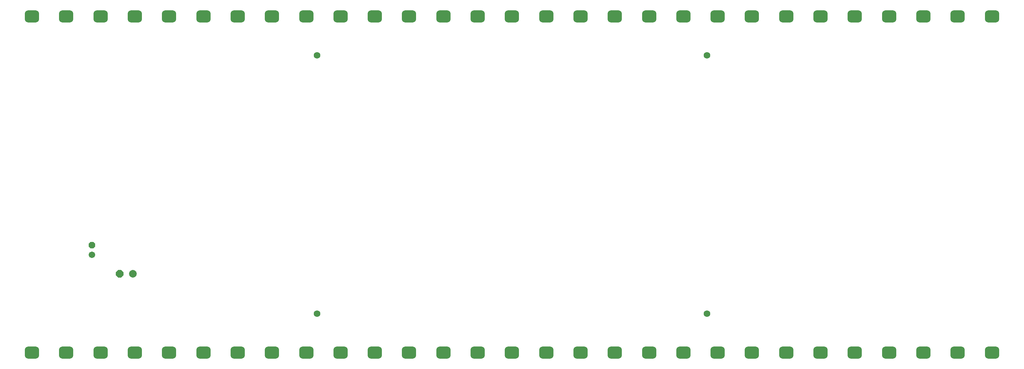
<source format=gbs>
G04*
G04 #@! TF.GenerationSoftware,Altium Limited,Altium Designer,19.1.5 (86)*
G04*
G04 Layer_Color=16711935*
%FSLAX44Y44*%
%MOMM*%
G71*
G01*
G75*
%ADD26P,2.1683X8X22.5*%
%ADD27C,2.0032*%
%ADD28C,1.7272*%
G04:AMPARAMS|DCode=29|XSize=3.7032mm|YSize=3.2032mm|CornerRadius=0.8516mm|HoleSize=0mm|Usage=FLASHONLY|Rotation=180.000|XOffset=0mm|YOffset=0mm|HoleType=Round|Shape=RoundedRectangle|*
%AMROUNDEDRECTD29*
21,1,3.7032,1.5000,0,0,180.0*
21,1,2.0000,3.2032,0,0,180.0*
1,1,1.7032,-1.0000,0.7500*
1,1,1.7032,1.0000,0.7500*
1,1,1.7032,1.0000,-0.7500*
1,1,1.7032,-1.0000,-0.7500*
%
%ADD29ROUNDEDRECTD29*%
%ADD30P,1.8435X8X292.5*%
%ADD31C,1.7032*%
D26*
X470000Y475000D02*
D03*
D27*
X505000D02*
D03*
D28*
X2011500Y370000D02*
D03*
Y1050000D02*
D03*
X988500D02*
D03*
Y370000D02*
D03*
D29*
X1500000Y1152500D02*
D03*
X1590000D02*
D03*
X1680000D02*
D03*
X1770000D02*
D03*
X1860000D02*
D03*
X1950000D02*
D03*
X2040000D02*
D03*
X2130000D02*
D03*
X2220000D02*
D03*
X2310000D02*
D03*
X2400000D02*
D03*
X2490000D02*
D03*
X2580000D02*
D03*
X2670000D02*
D03*
X2760000D02*
D03*
X1410000D02*
D03*
X1320000D02*
D03*
X1230000D02*
D03*
X1140000D02*
D03*
X1050000D02*
D03*
X960000D02*
D03*
X870000D02*
D03*
X780000D02*
D03*
X690000D02*
D03*
X600000D02*
D03*
X510000D02*
D03*
X420000D02*
D03*
X330000D02*
D03*
X240000D02*
D03*
X2760000Y267500D02*
D03*
X2670000D02*
D03*
X2580000D02*
D03*
X2490000D02*
D03*
X2400000D02*
D03*
X2310000D02*
D03*
X2220000D02*
D03*
X2130000D02*
D03*
X2040000D02*
D03*
X1950000D02*
D03*
X1860000D02*
D03*
X1770000D02*
D03*
X1680000D02*
D03*
X1590000D02*
D03*
X240000D02*
D03*
X330000D02*
D03*
X420000D02*
D03*
X510000D02*
D03*
X600000D02*
D03*
X690000D02*
D03*
X780000D02*
D03*
X870000D02*
D03*
X960000D02*
D03*
X1050000D02*
D03*
X1140000D02*
D03*
X1230000D02*
D03*
X1320000D02*
D03*
X1410000D02*
D03*
X1500000D02*
D03*
D30*
X397500Y550200D02*
D03*
D31*
Y524800D02*
D03*
M02*

</source>
